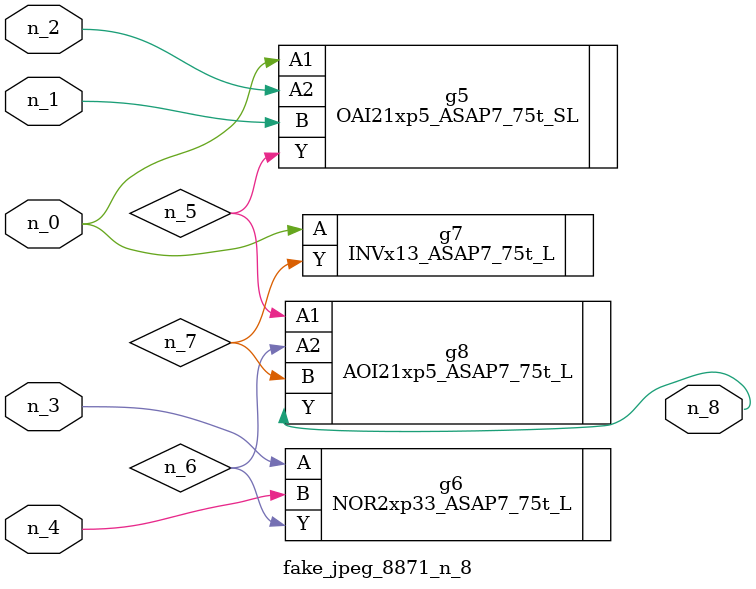
<source format=v>
module fake_jpeg_8871_n_8 (n_3, n_2, n_1, n_0, n_4, n_8);

input n_3;
input n_2;
input n_1;
input n_0;
input n_4;

output n_8;

wire n_6;
wire n_5;
wire n_7;

OAI21xp5_ASAP7_75t_SL g5 ( 
.A1(n_0),
.A2(n_2),
.B(n_1),
.Y(n_5)
);

NOR2xp33_ASAP7_75t_L g6 ( 
.A(n_3),
.B(n_4),
.Y(n_6)
);

INVx13_ASAP7_75t_L g7 ( 
.A(n_0),
.Y(n_7)
);

AOI21xp5_ASAP7_75t_L g8 ( 
.A1(n_5),
.A2(n_6),
.B(n_7),
.Y(n_8)
);


endmodule
</source>
